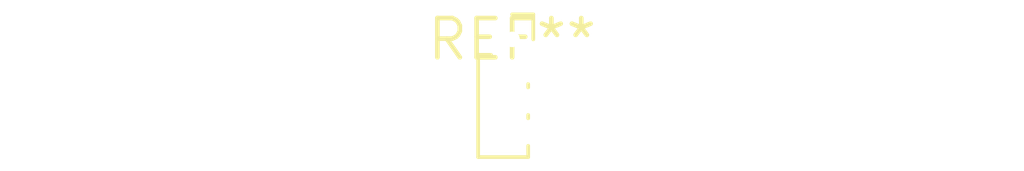
<source format=kicad_pcb>
(kicad_pcb (version 20240108) (generator pcbnew)
  (layers (0 "F.Cu" signal) (31 "B.Cu" signal) (34 "B.Paste" user) (35 "F.Paste" user) (36 "B.SilkS" user "B.Silkscreen") (37 "F.SilkS" user "F.Silkscreen") (38 "B.Mask" user) (39 "F.Mask" user) (44 "Edge.Cuts" user))
  (net 0 "")
  (footprint "PinSocket_1x04_P1.00mm_Vertical" (layer "F.Cu") (at 0 0)
    (property "Reference" "REF**")
    (property "Value" "PinSocket_1x04_P1.00mm_Vertical")
    (fp_line (start -1.1 0.5) (end -1.1 3.81) (layer "F.SilkS") (stroke (width 0.12)))
    (fp_line (start -1.1 0.5) (end -0.685 0.5) (layer "F.SilkS") (stroke (width 0.12)))
    (fp_line (start -1.1 3.81) (end 0.52 3.81) (layer "F.SilkS") (stroke (width 0.12)))
    (fp_line (start 0 -0.81) (end 0.685 -0.81) (layer "F.SilkS") (stroke (width 0.12)))
    (fp_line (start 0.52 1.445898) (end 0.52 1.554102) (layer "F.SilkS") (stroke (width 0.12)))
    (fp_line (start 0.52 2.445898) (end 0.52 2.554102) (layer "F.SilkS") (stroke (width 0.12)))
    (fp_line (start 0.52 3.445898) (end 0.52 3.81) (layer "F.SilkS") (stroke (width 0.12)))
    (fp_line (start 0.685 -0.81) (end 0.685 0) (layer "F.SilkS") (stroke (width 0.12)))
    (pad "1" thru_hole rect (at 0 0) (size 0.85 0.85) (drill 0.5) (layers *.Cu *.Mask) (remove_unused_layers))
    (pad "2" thru_hole oval (at 0 1) (size 0.85 0.85) (drill 0.5) (layers *.Cu *.Mask) (remove_unused_layers))
    (pad "3" thru_hole oval (at 0 2) (size 0.85 0.85) (drill 0.5) (layers *.Cu *.Mask) (remove_unused_layers))
    (pad "4" thru_hole oval (at 0 3) (size 0.85 0.85) (drill 0.5) (layers *.Cu *.Mask) (remove_unused_layers))
  )
)
</source>
